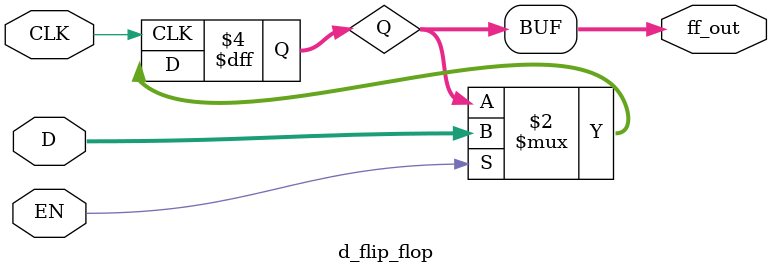
<source format=sv>
`timescale 1ns / 1ps

/*  
    It has three input ports: an 8-bit bus "D", a clock input "CLK", 
    and an enable input "EN".
    It has one output port: an 8-bit bus "ff_out".
    The 8-bit register "Q" is used to store the value of the input "D".
    Inside the always block, the value of "D" is transferred to "Q" on the 
    positive edge of the clock signal "CLK", but only if the enable input "EN" 
    is asserted.
    The output "ff_out" is simply a connection to the "Q" register. 
*/

module d_flip_flop(
        input [7:0] D,
        input EN,
        input CLK,
        output [7:0] ff_out
        );
   
   reg [7:0] Q;
    
   always @(posedge CLK)
   begin
        if (EN)
            begin
                Q <= D;
            end
    end

    assign ff_out = Q;
     
endmodule
</source>
